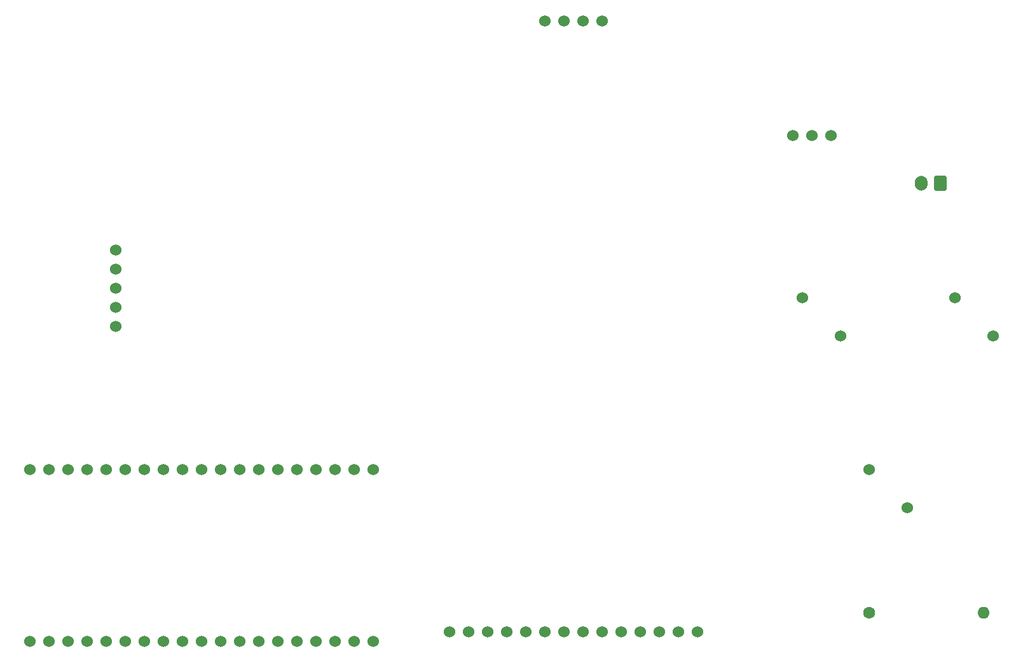
<source format=gts>
G04 #@! TF.GenerationSoftware,KiCad,Pcbnew,(6.0.10)*
G04 #@! TF.CreationDate,2024-03-15T22:27:51-04:00*
G04 #@! TF.ProjectId,RL2D,524c3244-2e6b-4696-9361-645f70636258,v0.6*
G04 #@! TF.SameCoordinates,Original*
G04 #@! TF.FileFunction,Soldermask,Top*
G04 #@! TF.FilePolarity,Negative*
%FSLAX46Y46*%
G04 Gerber Fmt 4.6, Leading zero omitted, Abs format (unit mm)*
G04 Created by KiCad (PCBNEW (6.0.10)) date 2024-03-15 22:27:51*
%MOMM*%
%LPD*%
G01*
G04 APERTURE LIST*
G04 Aperture macros list*
%AMRoundRect*
0 Rectangle with rounded corners*
0 $1 Rounding radius*
0 $2 $3 $4 $5 $6 $7 $8 $9 X,Y pos of 4 corners*
0 Add a 4 corners polygon primitive as box body*
4,1,4,$2,$3,$4,$5,$6,$7,$8,$9,$2,$3,0*
0 Add four circle primitives for the rounded corners*
1,1,$1+$1,$2,$3*
1,1,$1+$1,$4,$5*
1,1,$1+$1,$6,$7*
1,1,$1+$1,$8,$9*
0 Add four rect primitives between the rounded corners*
20,1,$1+$1,$2,$3,$4,$5,0*
20,1,$1+$1,$4,$5,$6,$7,0*
20,1,$1+$1,$6,$7,$8,$9,0*
20,1,$1+$1,$8,$9,$2,$3,0*%
G04 Aperture macros list end*
%ADD10C,1.600000*%
%ADD11O,1.600000X1.600000*%
%ADD12C,1.524000*%
%ADD13RoundRect,0.250000X0.600000X0.750000X-0.600000X0.750000X-0.600000X-0.750000X0.600000X-0.750000X0*%
%ADD14O,1.700000X2.000000*%
G04 APERTURE END LIST*
D10*
X187960000Y-104140000D03*
D11*
X203200000Y-104140000D03*
D12*
X179070000Y-62230000D03*
X184150000Y-67310000D03*
X132080000Y-106680000D03*
X134620000Y-106680000D03*
X137160000Y-106680000D03*
X139700000Y-106680000D03*
X142240000Y-106680000D03*
X144780000Y-106680000D03*
X147320000Y-106680000D03*
X149860000Y-106680000D03*
X152400000Y-106680000D03*
X154940000Y-106680000D03*
X157480000Y-106680000D03*
X160020000Y-106680000D03*
X162560000Y-106680000D03*
X165100000Y-106680000D03*
X144780000Y-25400000D03*
X147320000Y-25400000D03*
X149860000Y-25400000D03*
X152400000Y-25400000D03*
X199390000Y-62230000D03*
X204470000Y-67310000D03*
X87630000Y-55880000D03*
X87630000Y-58420000D03*
X87630000Y-60960000D03*
X87630000Y-63500000D03*
X87630000Y-66040000D03*
X187960000Y-85090000D03*
X193040000Y-90170000D03*
X121920000Y-85090000D03*
X88900000Y-85090000D03*
X119380000Y-85090000D03*
X121920000Y-107950000D03*
X106680000Y-107950000D03*
X116840000Y-85090000D03*
X114300000Y-85090000D03*
X111760000Y-85090000D03*
X109220000Y-85090000D03*
X106680000Y-85090000D03*
X104140000Y-85090000D03*
X101600000Y-85090000D03*
X99060000Y-85090000D03*
X96520000Y-85090000D03*
X93980000Y-85090000D03*
X91440000Y-85090000D03*
X86360000Y-85090000D03*
X83820000Y-85090000D03*
X81280000Y-85090000D03*
X78740000Y-85090000D03*
X76200000Y-85090000D03*
X76200000Y-107950000D03*
X78740000Y-107950000D03*
X81280000Y-107950000D03*
X83820000Y-107950000D03*
X86360000Y-107950000D03*
X88900000Y-107950000D03*
X91440000Y-107950000D03*
X93980000Y-107950000D03*
X96520000Y-107950000D03*
X99060000Y-107950000D03*
X101600000Y-107950000D03*
X104140000Y-107950000D03*
X109220000Y-107950000D03*
X111760000Y-107950000D03*
X114300000Y-107950000D03*
X116840000Y-107950000D03*
X119380000Y-107950000D03*
D13*
X197380000Y-46985000D03*
D14*
X194880000Y-46985000D03*
D12*
X177800000Y-40640000D03*
X180340000Y-40640000D03*
X182880000Y-40640000D03*
M02*

</source>
